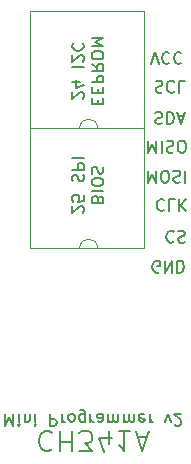
<source format=gbr>
%TF.GenerationSoftware,KiCad,Pcbnew,(5.1.8)-1*%
%TF.CreationDate,2021-03-12T16:38:44+01:00*%
%TF.ProjectId,CH341Apro,43483334-3141-4707-926f-2e6b69636164,rev?*%
%TF.SameCoordinates,Original*%
%TF.FileFunction,Legend,Bot*%
%TF.FilePolarity,Positive*%
%FSLAX46Y46*%
G04 Gerber Fmt 4.6, Leading zero omitted, Abs format (unit mm)*
G04 Created by KiCad (PCBNEW (5.1.8)-1) date 2021-03-12 16:38:44*
%MOMM*%
%LPD*%
G01*
G04 APERTURE LIST*
%ADD10C,0.120000*%
%ADD11C,0.150000*%
G04 APERTURE END LIST*
D10*
X104267000Y-78994000D02*
G75*
G02*
X105791000Y-78994000I762000J0D01*
G01*
X104267000Y-68834000D02*
G75*
G02*
X105791000Y-68834000I762000J0D01*
G01*
D11*
X97981428Y-93019619D02*
X97981428Y-94019619D01*
X98314761Y-93305333D01*
X98648095Y-94019619D01*
X98648095Y-93019619D01*
X99124285Y-93019619D02*
X99124285Y-93686285D01*
X99124285Y-94019619D02*
X99076666Y-93972000D01*
X99124285Y-93924380D01*
X99171904Y-93972000D01*
X99124285Y-94019619D01*
X99124285Y-93924380D01*
X99600476Y-93686285D02*
X99600476Y-93019619D01*
X99600476Y-93591047D02*
X99648095Y-93638666D01*
X99743333Y-93686285D01*
X99886190Y-93686285D01*
X99981428Y-93638666D01*
X100029047Y-93543428D01*
X100029047Y-93019619D01*
X100505238Y-93019619D02*
X100505238Y-93686285D01*
X100505238Y-94019619D02*
X100457619Y-93972000D01*
X100505238Y-93924380D01*
X100552857Y-93972000D01*
X100505238Y-94019619D01*
X100505238Y-93924380D01*
X101743333Y-93019619D02*
X101743333Y-94019619D01*
X102124285Y-94019619D01*
X102219523Y-93972000D01*
X102267142Y-93924380D01*
X102314761Y-93829142D01*
X102314761Y-93686285D01*
X102267142Y-93591047D01*
X102219523Y-93543428D01*
X102124285Y-93495809D01*
X101743333Y-93495809D01*
X102743333Y-93019619D02*
X102743333Y-93686285D01*
X102743333Y-93495809D02*
X102790952Y-93591047D01*
X102838571Y-93638666D01*
X102933809Y-93686285D01*
X103029047Y-93686285D01*
X103505238Y-93019619D02*
X103410000Y-93067238D01*
X103362380Y-93114857D01*
X103314761Y-93210095D01*
X103314761Y-93495809D01*
X103362380Y-93591047D01*
X103410000Y-93638666D01*
X103505238Y-93686285D01*
X103648095Y-93686285D01*
X103743333Y-93638666D01*
X103790952Y-93591047D01*
X103838571Y-93495809D01*
X103838571Y-93210095D01*
X103790952Y-93114857D01*
X103743333Y-93067238D01*
X103648095Y-93019619D01*
X103505238Y-93019619D01*
X104695714Y-93686285D02*
X104695714Y-92876761D01*
X104648095Y-92781523D01*
X104600476Y-92733904D01*
X104505238Y-92686285D01*
X104362380Y-92686285D01*
X104267142Y-92733904D01*
X104695714Y-93067238D02*
X104600476Y-93019619D01*
X104410000Y-93019619D01*
X104314761Y-93067238D01*
X104267142Y-93114857D01*
X104219523Y-93210095D01*
X104219523Y-93495809D01*
X104267142Y-93591047D01*
X104314761Y-93638666D01*
X104410000Y-93686285D01*
X104600476Y-93686285D01*
X104695714Y-93638666D01*
X105171904Y-93019619D02*
X105171904Y-93686285D01*
X105171904Y-93495809D02*
X105219523Y-93591047D01*
X105267142Y-93638666D01*
X105362380Y-93686285D01*
X105457619Y-93686285D01*
X106219523Y-93019619D02*
X106219523Y-93543428D01*
X106171904Y-93638666D01*
X106076666Y-93686285D01*
X105886190Y-93686285D01*
X105790952Y-93638666D01*
X106219523Y-93067238D02*
X106124285Y-93019619D01*
X105886190Y-93019619D01*
X105790952Y-93067238D01*
X105743333Y-93162476D01*
X105743333Y-93257714D01*
X105790952Y-93352952D01*
X105886190Y-93400571D01*
X106124285Y-93400571D01*
X106219523Y-93448190D01*
X106695714Y-93019619D02*
X106695714Y-93686285D01*
X106695714Y-93591047D02*
X106743333Y-93638666D01*
X106838571Y-93686285D01*
X106981428Y-93686285D01*
X107076666Y-93638666D01*
X107124285Y-93543428D01*
X107124285Y-93019619D01*
X107124285Y-93543428D02*
X107171904Y-93638666D01*
X107267142Y-93686285D01*
X107410000Y-93686285D01*
X107505238Y-93638666D01*
X107552857Y-93543428D01*
X107552857Y-93019619D01*
X108029047Y-93019619D02*
X108029047Y-93686285D01*
X108029047Y-93591047D02*
X108076666Y-93638666D01*
X108171904Y-93686285D01*
X108314761Y-93686285D01*
X108410000Y-93638666D01*
X108457619Y-93543428D01*
X108457619Y-93019619D01*
X108457619Y-93543428D02*
X108505238Y-93638666D01*
X108600476Y-93686285D01*
X108743333Y-93686285D01*
X108838571Y-93638666D01*
X108886190Y-93543428D01*
X108886190Y-93019619D01*
X109743333Y-93067238D02*
X109648095Y-93019619D01*
X109457619Y-93019619D01*
X109362380Y-93067238D01*
X109314761Y-93162476D01*
X109314761Y-93543428D01*
X109362380Y-93638666D01*
X109457619Y-93686285D01*
X109648095Y-93686285D01*
X109743333Y-93638666D01*
X109790952Y-93543428D01*
X109790952Y-93448190D01*
X109314761Y-93352952D01*
X110219523Y-93019619D02*
X110219523Y-93686285D01*
X110219523Y-93495809D02*
X110267142Y-93591047D01*
X110314761Y-93638666D01*
X110410000Y-93686285D01*
X110505238Y-93686285D01*
X111505238Y-93686285D02*
X111743333Y-93019619D01*
X111981428Y-93686285D01*
X112314761Y-93924380D02*
X112362380Y-93972000D01*
X112457619Y-94019619D01*
X112695714Y-94019619D01*
X112790952Y-93972000D01*
X112838571Y-93924380D01*
X112886190Y-93829142D01*
X112886190Y-93733904D01*
X112838571Y-93591047D01*
X112267142Y-93019619D01*
X112886190Y-93019619D01*
X101888571Y-94642857D02*
X101807619Y-94561904D01*
X101564761Y-94480952D01*
X101402857Y-94480952D01*
X101160000Y-94561904D01*
X100998095Y-94723809D01*
X100917142Y-94885714D01*
X100836190Y-95209523D01*
X100836190Y-95452380D01*
X100917142Y-95776190D01*
X100998095Y-95938095D01*
X101160000Y-96100000D01*
X101402857Y-96180952D01*
X101564761Y-96180952D01*
X101807619Y-96100000D01*
X101888571Y-96019047D01*
X102617142Y-94480952D02*
X102617142Y-96180952D01*
X102617142Y-95371428D02*
X103588571Y-95371428D01*
X103588571Y-94480952D02*
X103588571Y-96180952D01*
X104236190Y-96180952D02*
X105288571Y-96180952D01*
X104721904Y-95533333D01*
X104964761Y-95533333D01*
X105126666Y-95452380D01*
X105207619Y-95371428D01*
X105288571Y-95209523D01*
X105288571Y-94804761D01*
X105207619Y-94642857D01*
X105126666Y-94561904D01*
X104964761Y-94480952D01*
X104479047Y-94480952D01*
X104317142Y-94561904D01*
X104236190Y-94642857D01*
X106745714Y-95614285D02*
X106745714Y-94480952D01*
X106340952Y-96261904D02*
X105936190Y-95047619D01*
X106988571Y-95047619D01*
X108526666Y-94480952D02*
X107555238Y-94480952D01*
X108040952Y-94480952D02*
X108040952Y-96180952D01*
X107879047Y-95938095D01*
X107717142Y-95776190D01*
X107555238Y-95695238D01*
X109174285Y-94966666D02*
X109983809Y-94966666D01*
X109012380Y-94480952D02*
X109579047Y-96180952D01*
X110145714Y-94480952D01*
X105798428Y-66769904D02*
X105798428Y-66436571D01*
X105274619Y-66293714D02*
X105274619Y-66769904D01*
X106274619Y-66769904D01*
X106274619Y-66293714D01*
X105798428Y-65865142D02*
X105798428Y-65531809D01*
X105274619Y-65388952D02*
X105274619Y-65865142D01*
X106274619Y-65865142D01*
X106274619Y-65388952D01*
X105274619Y-64960380D02*
X106274619Y-64960380D01*
X106274619Y-64579428D01*
X106227000Y-64484190D01*
X106179380Y-64436571D01*
X106084142Y-64388952D01*
X105941285Y-64388952D01*
X105846047Y-64436571D01*
X105798428Y-64484190D01*
X105750809Y-64579428D01*
X105750809Y-64960380D01*
X105274619Y-63388952D02*
X105750809Y-63722285D01*
X105274619Y-63960380D02*
X106274619Y-63960380D01*
X106274619Y-63579428D01*
X106227000Y-63484190D01*
X106179380Y-63436571D01*
X106084142Y-63388952D01*
X105941285Y-63388952D01*
X105846047Y-63436571D01*
X105798428Y-63484190D01*
X105750809Y-63579428D01*
X105750809Y-63960380D01*
X106274619Y-62769904D02*
X106274619Y-62579428D01*
X106227000Y-62484190D01*
X106131761Y-62388952D01*
X105941285Y-62341333D01*
X105607952Y-62341333D01*
X105417476Y-62388952D01*
X105322238Y-62484190D01*
X105274619Y-62579428D01*
X105274619Y-62769904D01*
X105322238Y-62865142D01*
X105417476Y-62960380D01*
X105607952Y-63008000D01*
X105941285Y-63008000D01*
X106131761Y-62960380D01*
X106227000Y-62865142D01*
X106274619Y-62769904D01*
X105274619Y-61912761D02*
X106274619Y-61912761D01*
X105560333Y-61579428D01*
X106274619Y-61246095D01*
X105274619Y-61246095D01*
X104529380Y-66365142D02*
X104577000Y-66317523D01*
X104624619Y-66222285D01*
X104624619Y-65984190D01*
X104577000Y-65888952D01*
X104529380Y-65841333D01*
X104434142Y-65793714D01*
X104338904Y-65793714D01*
X104196047Y-65841333D01*
X103624619Y-66412761D01*
X103624619Y-65793714D01*
X104291285Y-64936571D02*
X103624619Y-64936571D01*
X104672238Y-65174666D02*
X103957952Y-65412761D01*
X103957952Y-64793714D01*
X103624619Y-63650857D02*
X104624619Y-63650857D01*
X104529380Y-63222285D02*
X104577000Y-63174666D01*
X104624619Y-63079428D01*
X104624619Y-62841333D01*
X104577000Y-62746095D01*
X104529380Y-62698476D01*
X104434142Y-62650857D01*
X104338904Y-62650857D01*
X104196047Y-62698476D01*
X103624619Y-63269904D01*
X103624619Y-62650857D01*
X103719857Y-61650857D02*
X103672238Y-61698476D01*
X103624619Y-61841333D01*
X103624619Y-61936571D01*
X103672238Y-62079428D01*
X103767476Y-62174666D01*
X103862714Y-62222285D01*
X104053190Y-62269904D01*
X104196047Y-62269904D01*
X104386523Y-62222285D01*
X104481761Y-62174666D01*
X104577000Y-62079428D01*
X104624619Y-61936571D01*
X104624619Y-61841333D01*
X104577000Y-61698476D01*
X104529380Y-61650857D01*
X105798428Y-74826666D02*
X105750809Y-74683809D01*
X105703190Y-74636190D01*
X105607952Y-74588571D01*
X105465095Y-74588571D01*
X105369857Y-74636190D01*
X105322238Y-74683809D01*
X105274619Y-74779047D01*
X105274619Y-75160000D01*
X106274619Y-75160000D01*
X106274619Y-74826666D01*
X106227000Y-74731428D01*
X106179380Y-74683809D01*
X106084142Y-74636190D01*
X105988904Y-74636190D01*
X105893666Y-74683809D01*
X105846047Y-74731428D01*
X105798428Y-74826666D01*
X105798428Y-75160000D01*
X105274619Y-74160000D02*
X106274619Y-74160000D01*
X106274619Y-73493333D02*
X106274619Y-73302857D01*
X106227000Y-73207619D01*
X106131761Y-73112380D01*
X105941285Y-73064761D01*
X105607952Y-73064761D01*
X105417476Y-73112380D01*
X105322238Y-73207619D01*
X105274619Y-73302857D01*
X105274619Y-73493333D01*
X105322238Y-73588571D01*
X105417476Y-73683809D01*
X105607952Y-73731428D01*
X105941285Y-73731428D01*
X106131761Y-73683809D01*
X106227000Y-73588571D01*
X106274619Y-73493333D01*
X105322238Y-72683809D02*
X105274619Y-72540952D01*
X105274619Y-72302857D01*
X105322238Y-72207619D01*
X105369857Y-72160000D01*
X105465095Y-72112380D01*
X105560333Y-72112380D01*
X105655571Y-72160000D01*
X105703190Y-72207619D01*
X105750809Y-72302857D01*
X105798428Y-72493333D01*
X105846047Y-72588571D01*
X105893666Y-72636190D01*
X105988904Y-72683809D01*
X106084142Y-72683809D01*
X106179380Y-72636190D01*
X106227000Y-72588571D01*
X106274619Y-72493333D01*
X106274619Y-72255238D01*
X106227000Y-72112380D01*
X104529380Y-76017142D02*
X104577000Y-75969523D01*
X104624619Y-75874285D01*
X104624619Y-75636190D01*
X104577000Y-75540952D01*
X104529380Y-75493333D01*
X104434142Y-75445714D01*
X104338904Y-75445714D01*
X104196047Y-75493333D01*
X103624619Y-76064761D01*
X103624619Y-75445714D01*
X104624619Y-74540952D02*
X104624619Y-75017142D01*
X104148428Y-75064761D01*
X104196047Y-75017142D01*
X104243666Y-74921904D01*
X104243666Y-74683809D01*
X104196047Y-74588571D01*
X104148428Y-74540952D01*
X104053190Y-74493333D01*
X103815095Y-74493333D01*
X103719857Y-74540952D01*
X103672238Y-74588571D01*
X103624619Y-74683809D01*
X103624619Y-74921904D01*
X103672238Y-75017142D01*
X103719857Y-75064761D01*
X103672238Y-73350476D02*
X103624619Y-73207619D01*
X103624619Y-72969523D01*
X103672238Y-72874285D01*
X103719857Y-72826666D01*
X103815095Y-72779047D01*
X103910333Y-72779047D01*
X104005571Y-72826666D01*
X104053190Y-72874285D01*
X104100809Y-72969523D01*
X104148428Y-73160000D01*
X104196047Y-73255238D01*
X104243666Y-73302857D01*
X104338904Y-73350476D01*
X104434142Y-73350476D01*
X104529380Y-73302857D01*
X104577000Y-73255238D01*
X104624619Y-73160000D01*
X104624619Y-72921904D01*
X104577000Y-72779047D01*
X103624619Y-72350476D02*
X104624619Y-72350476D01*
X104624619Y-71969523D01*
X104577000Y-71874285D01*
X104529380Y-71826666D01*
X104434142Y-71779047D01*
X104291285Y-71779047D01*
X104196047Y-71826666D01*
X104148428Y-71874285D01*
X104100809Y-71969523D01*
X104100809Y-72350476D01*
X103624619Y-71350476D02*
X104624619Y-71350476D01*
D10*
X100076000Y-58928000D02*
X100076000Y-68834000D01*
X109728000Y-58928000D02*
X100076000Y-58928000D01*
X109728000Y-68834000D02*
X109728000Y-58928000D01*
X100076000Y-68834000D02*
X109728000Y-68834000D01*
X100076000Y-78994000D02*
X100076000Y-68834000D01*
X109728000Y-78994000D02*
X100076000Y-78994000D01*
X109728000Y-68834000D02*
X109728000Y-78994000D01*
D11*
X110998095Y-81018000D02*
X110902857Y-81065619D01*
X110760000Y-81065619D01*
X110617142Y-81018000D01*
X110521904Y-80922761D01*
X110474285Y-80827523D01*
X110426666Y-80637047D01*
X110426666Y-80494190D01*
X110474285Y-80303714D01*
X110521904Y-80208476D01*
X110617142Y-80113238D01*
X110760000Y-80065619D01*
X110855238Y-80065619D01*
X110998095Y-80113238D01*
X111045714Y-80160857D01*
X111045714Y-80494190D01*
X110855238Y-80494190D01*
X111474285Y-80065619D02*
X111474285Y-81065619D01*
X112045714Y-80065619D01*
X112045714Y-81065619D01*
X112521904Y-80065619D02*
X112521904Y-81065619D01*
X112760000Y-81065619D01*
X112902857Y-81018000D01*
X112998095Y-80922761D01*
X113045714Y-80827523D01*
X113093333Y-80637047D01*
X113093333Y-80494190D01*
X113045714Y-80303714D01*
X112998095Y-80208476D01*
X112902857Y-80113238D01*
X112760000Y-80065619D01*
X112521904Y-80065619D01*
X112228333Y-77620857D02*
X112180714Y-77573238D01*
X112037857Y-77525619D01*
X111942619Y-77525619D01*
X111799761Y-77573238D01*
X111704523Y-77668476D01*
X111656904Y-77763714D01*
X111609285Y-77954190D01*
X111609285Y-78097047D01*
X111656904Y-78287523D01*
X111704523Y-78382761D01*
X111799761Y-78478000D01*
X111942619Y-78525619D01*
X112037857Y-78525619D01*
X112180714Y-78478000D01*
X112228333Y-78430380D01*
X112609285Y-77573238D02*
X112752142Y-77525619D01*
X112990238Y-77525619D01*
X113085476Y-77573238D01*
X113133095Y-77620857D01*
X113180714Y-77716095D01*
X113180714Y-77811333D01*
X113133095Y-77906571D01*
X113085476Y-77954190D01*
X112990238Y-78001809D01*
X112799761Y-78049428D01*
X112704523Y-78097047D01*
X112656904Y-78144666D01*
X112609285Y-78239904D01*
X112609285Y-78335142D01*
X112656904Y-78430380D01*
X112704523Y-78478000D01*
X112799761Y-78525619D01*
X113037857Y-78525619D01*
X113180714Y-78478000D01*
X111418761Y-74953857D02*
X111371142Y-74906238D01*
X111228285Y-74858619D01*
X111133047Y-74858619D01*
X110990190Y-74906238D01*
X110894952Y-75001476D01*
X110847333Y-75096714D01*
X110799714Y-75287190D01*
X110799714Y-75430047D01*
X110847333Y-75620523D01*
X110894952Y-75715761D01*
X110990190Y-75811000D01*
X111133047Y-75858619D01*
X111228285Y-75858619D01*
X111371142Y-75811000D01*
X111418761Y-75763380D01*
X112323523Y-74858619D02*
X111847333Y-74858619D01*
X111847333Y-75858619D01*
X112656857Y-74858619D02*
X112656857Y-75858619D01*
X113228285Y-74858619D02*
X112799714Y-75430047D01*
X113228285Y-75858619D02*
X112656857Y-75287190D01*
X110061571Y-72445619D02*
X110061571Y-73445619D01*
X110394904Y-72731333D01*
X110728238Y-73445619D01*
X110728238Y-72445619D01*
X111394904Y-73445619D02*
X111585380Y-73445619D01*
X111680619Y-73398000D01*
X111775857Y-73302761D01*
X111823476Y-73112285D01*
X111823476Y-72778952D01*
X111775857Y-72588476D01*
X111680619Y-72493238D01*
X111585380Y-72445619D01*
X111394904Y-72445619D01*
X111299666Y-72493238D01*
X111204428Y-72588476D01*
X111156809Y-72778952D01*
X111156809Y-73112285D01*
X111204428Y-73302761D01*
X111299666Y-73398000D01*
X111394904Y-73445619D01*
X112204428Y-72493238D02*
X112347285Y-72445619D01*
X112585380Y-72445619D01*
X112680619Y-72493238D01*
X112728238Y-72540857D01*
X112775857Y-72636095D01*
X112775857Y-72731333D01*
X112728238Y-72826571D01*
X112680619Y-72874190D01*
X112585380Y-72921809D01*
X112394904Y-72969428D01*
X112299666Y-73017047D01*
X112252047Y-73064666D01*
X112204428Y-73159904D01*
X112204428Y-73255142D01*
X112252047Y-73350380D01*
X112299666Y-73398000D01*
X112394904Y-73445619D01*
X112633000Y-73445619D01*
X112775857Y-73398000D01*
X113204428Y-72445619D02*
X113204428Y-73445619D01*
X110061571Y-69905619D02*
X110061571Y-70905619D01*
X110394904Y-70191333D01*
X110728238Y-70905619D01*
X110728238Y-69905619D01*
X111204428Y-69905619D02*
X111204428Y-70905619D01*
X111633000Y-69953238D02*
X111775857Y-69905619D01*
X112013952Y-69905619D01*
X112109190Y-69953238D01*
X112156809Y-70000857D01*
X112204428Y-70096095D01*
X112204428Y-70191333D01*
X112156809Y-70286571D01*
X112109190Y-70334190D01*
X112013952Y-70381809D01*
X111823476Y-70429428D01*
X111728238Y-70477047D01*
X111680619Y-70524666D01*
X111633000Y-70619904D01*
X111633000Y-70715142D01*
X111680619Y-70810380D01*
X111728238Y-70858000D01*
X111823476Y-70905619D01*
X112061571Y-70905619D01*
X112204428Y-70858000D01*
X112823476Y-70905619D02*
X113013952Y-70905619D01*
X113109190Y-70858000D01*
X113204428Y-70762761D01*
X113252047Y-70572285D01*
X113252047Y-70238952D01*
X113204428Y-70048476D01*
X113109190Y-69953238D01*
X113013952Y-69905619D01*
X112823476Y-69905619D01*
X112728238Y-69953238D01*
X112633000Y-70048476D01*
X112585380Y-70238952D01*
X112585380Y-70572285D01*
X112633000Y-70762761D01*
X112728238Y-70858000D01*
X112823476Y-70905619D01*
X110672714Y-67540238D02*
X110815571Y-67492619D01*
X111053666Y-67492619D01*
X111148904Y-67540238D01*
X111196523Y-67587857D01*
X111244142Y-67683095D01*
X111244142Y-67778333D01*
X111196523Y-67873571D01*
X111148904Y-67921190D01*
X111053666Y-67968809D01*
X110863190Y-68016428D01*
X110767952Y-68064047D01*
X110720333Y-68111666D01*
X110672714Y-68206904D01*
X110672714Y-68302142D01*
X110720333Y-68397380D01*
X110767952Y-68445000D01*
X110863190Y-68492619D01*
X111101285Y-68492619D01*
X111244142Y-68445000D01*
X111672714Y-67492619D02*
X111672714Y-68492619D01*
X111910809Y-68492619D01*
X112053666Y-68445000D01*
X112148904Y-68349761D01*
X112196523Y-68254523D01*
X112244142Y-68064047D01*
X112244142Y-67921190D01*
X112196523Y-67730714D01*
X112148904Y-67635476D01*
X112053666Y-67540238D01*
X111910809Y-67492619D01*
X111672714Y-67492619D01*
X112625095Y-67778333D02*
X113101285Y-67778333D01*
X112529857Y-67492619D02*
X112863190Y-68492619D01*
X113196523Y-67492619D01*
X110696523Y-64873238D02*
X110839380Y-64825619D01*
X111077476Y-64825619D01*
X111172714Y-64873238D01*
X111220333Y-64920857D01*
X111267952Y-65016095D01*
X111267952Y-65111333D01*
X111220333Y-65206571D01*
X111172714Y-65254190D01*
X111077476Y-65301809D01*
X110887000Y-65349428D01*
X110791761Y-65397047D01*
X110744142Y-65444666D01*
X110696523Y-65539904D01*
X110696523Y-65635142D01*
X110744142Y-65730380D01*
X110791761Y-65778000D01*
X110887000Y-65825619D01*
X111125095Y-65825619D01*
X111267952Y-65778000D01*
X112267952Y-64920857D02*
X112220333Y-64873238D01*
X112077476Y-64825619D01*
X111982238Y-64825619D01*
X111839380Y-64873238D01*
X111744142Y-64968476D01*
X111696523Y-65063714D01*
X111648904Y-65254190D01*
X111648904Y-65397047D01*
X111696523Y-65587523D01*
X111744142Y-65682761D01*
X111839380Y-65778000D01*
X111982238Y-65825619D01*
X112077476Y-65825619D01*
X112220333Y-65778000D01*
X112267952Y-65730380D01*
X113172714Y-64825619D02*
X112696523Y-64825619D01*
X112696523Y-65825619D01*
X110299666Y-63412619D02*
X110633000Y-62412619D01*
X110966333Y-63412619D01*
X111871095Y-62507857D02*
X111823476Y-62460238D01*
X111680619Y-62412619D01*
X111585380Y-62412619D01*
X111442523Y-62460238D01*
X111347285Y-62555476D01*
X111299666Y-62650714D01*
X111252047Y-62841190D01*
X111252047Y-62984047D01*
X111299666Y-63174523D01*
X111347285Y-63269761D01*
X111442523Y-63365000D01*
X111585380Y-63412619D01*
X111680619Y-63412619D01*
X111823476Y-63365000D01*
X111871095Y-63317380D01*
X112871095Y-62507857D02*
X112823476Y-62460238D01*
X112680619Y-62412619D01*
X112585380Y-62412619D01*
X112442523Y-62460238D01*
X112347285Y-62555476D01*
X112299666Y-62650714D01*
X112252047Y-62841190D01*
X112252047Y-62984047D01*
X112299666Y-63174523D01*
X112347285Y-63269761D01*
X112442523Y-63365000D01*
X112585380Y-63412619D01*
X112680619Y-63412619D01*
X112823476Y-63365000D01*
X112871095Y-63317380D01*
M02*

</source>
